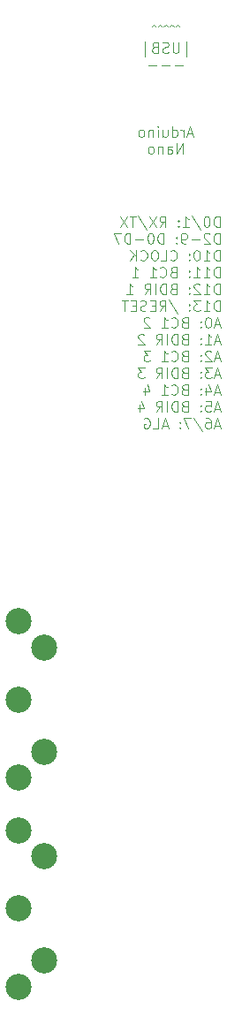
<source format=gbr>
%TF.GenerationSoftware,KiCad,Pcbnew,8.0.7*%
%TF.CreationDate,2025-07-29T19:22:15+01:00*%
%TF.ProjectId,AY-3-8910 Experimenter,41592d33-2d38-4393-9130-204578706572,rev?*%
%TF.SameCoordinates,Original*%
%TF.FileFunction,Legend,Bot*%
%TF.FilePolarity,Positive*%
%FSLAX46Y46*%
G04 Gerber Fmt 4.6, Leading zero omitted, Abs format (unit mm)*
G04 Created by KiCad (PCBNEW 8.0.7) date 2025-07-29 19:22:15*
%MOMM*%
%LPD*%
G01*
G04 APERTURE LIST*
%ADD10C,0.100000*%
%ADD11C,2.499360*%
G04 APERTURE END LIST*
D10*
X77432141Y-53492853D02*
X77241665Y-53349996D01*
X77241665Y-53349996D02*
X77051189Y-53492853D01*
X76860712Y-53492853D02*
X76670236Y-53349996D01*
X76670236Y-53349996D02*
X76479760Y-53492853D01*
X76289283Y-53492853D02*
X76098807Y-53349996D01*
X76098807Y-53349996D02*
X75908331Y-53492853D01*
X75717854Y-53492853D02*
X75527378Y-53349996D01*
X75527378Y-53349996D02*
X75336902Y-53492853D01*
X75146425Y-53492853D02*
X74955949Y-53349996D01*
X74955949Y-53349996D02*
X74765473Y-53492853D01*
X78074998Y-56340892D02*
X78074998Y-54912320D01*
X77360712Y-55007559D02*
X77360712Y-55817082D01*
X77360712Y-55817082D02*
X77313093Y-55912320D01*
X77313093Y-55912320D02*
X77265474Y-55959940D01*
X77265474Y-55959940D02*
X77170236Y-56007559D01*
X77170236Y-56007559D02*
X76979760Y-56007559D01*
X76979760Y-56007559D02*
X76884522Y-55959940D01*
X76884522Y-55959940D02*
X76836903Y-55912320D01*
X76836903Y-55912320D02*
X76789284Y-55817082D01*
X76789284Y-55817082D02*
X76789284Y-55007559D01*
X76360712Y-55959940D02*
X76217855Y-56007559D01*
X76217855Y-56007559D02*
X75979760Y-56007559D01*
X75979760Y-56007559D02*
X75884522Y-55959940D01*
X75884522Y-55959940D02*
X75836903Y-55912320D01*
X75836903Y-55912320D02*
X75789284Y-55817082D01*
X75789284Y-55817082D02*
X75789284Y-55721844D01*
X75789284Y-55721844D02*
X75836903Y-55626606D01*
X75836903Y-55626606D02*
X75884522Y-55578987D01*
X75884522Y-55578987D02*
X75979760Y-55531368D01*
X75979760Y-55531368D02*
X76170236Y-55483749D01*
X76170236Y-55483749D02*
X76265474Y-55436130D01*
X76265474Y-55436130D02*
X76313093Y-55388511D01*
X76313093Y-55388511D02*
X76360712Y-55293273D01*
X76360712Y-55293273D02*
X76360712Y-55198035D01*
X76360712Y-55198035D02*
X76313093Y-55102797D01*
X76313093Y-55102797D02*
X76265474Y-55055178D01*
X76265474Y-55055178D02*
X76170236Y-55007559D01*
X76170236Y-55007559D02*
X75932141Y-55007559D01*
X75932141Y-55007559D02*
X75789284Y-55055178D01*
X75027379Y-55483749D02*
X74884522Y-55531368D01*
X74884522Y-55531368D02*
X74836903Y-55578987D01*
X74836903Y-55578987D02*
X74789284Y-55674225D01*
X74789284Y-55674225D02*
X74789284Y-55817082D01*
X74789284Y-55817082D02*
X74836903Y-55912320D01*
X74836903Y-55912320D02*
X74884522Y-55959940D01*
X74884522Y-55959940D02*
X74979760Y-56007559D01*
X74979760Y-56007559D02*
X75360712Y-56007559D01*
X75360712Y-56007559D02*
X75360712Y-55007559D01*
X75360712Y-55007559D02*
X75027379Y-55007559D01*
X75027379Y-55007559D02*
X74932141Y-55055178D01*
X74932141Y-55055178D02*
X74884522Y-55102797D01*
X74884522Y-55102797D02*
X74836903Y-55198035D01*
X74836903Y-55198035D02*
X74836903Y-55293273D01*
X74836903Y-55293273D02*
X74884522Y-55388511D01*
X74884522Y-55388511D02*
X74932141Y-55436130D01*
X74932141Y-55436130D02*
X75027379Y-55483749D01*
X75027379Y-55483749D02*
X75360712Y-55483749D01*
X74122617Y-56340892D02*
X74122617Y-54912320D01*
X77717854Y-57236550D02*
X76955950Y-57236550D01*
X76479759Y-57236550D02*
X75717855Y-57236550D01*
X75241664Y-57236550D02*
X74479760Y-57236550D01*
X78694045Y-63771564D02*
X78217855Y-63771564D01*
X78789283Y-64057279D02*
X78455950Y-63057279D01*
X78455950Y-63057279D02*
X78122617Y-64057279D01*
X77789283Y-64057279D02*
X77789283Y-63390612D01*
X77789283Y-63581088D02*
X77741664Y-63485850D01*
X77741664Y-63485850D02*
X77694045Y-63438231D01*
X77694045Y-63438231D02*
X77598807Y-63390612D01*
X77598807Y-63390612D02*
X77503569Y-63390612D01*
X76741664Y-64057279D02*
X76741664Y-63057279D01*
X76741664Y-64009660D02*
X76836902Y-64057279D01*
X76836902Y-64057279D02*
X77027378Y-64057279D01*
X77027378Y-64057279D02*
X77122616Y-64009660D01*
X77122616Y-64009660D02*
X77170235Y-63962040D01*
X77170235Y-63962040D02*
X77217854Y-63866802D01*
X77217854Y-63866802D02*
X77217854Y-63581088D01*
X77217854Y-63581088D02*
X77170235Y-63485850D01*
X77170235Y-63485850D02*
X77122616Y-63438231D01*
X77122616Y-63438231D02*
X77027378Y-63390612D01*
X77027378Y-63390612D02*
X76836902Y-63390612D01*
X76836902Y-63390612D02*
X76741664Y-63438231D01*
X75836902Y-63390612D02*
X75836902Y-64057279D01*
X76265473Y-63390612D02*
X76265473Y-63914421D01*
X76265473Y-63914421D02*
X76217854Y-64009660D01*
X76217854Y-64009660D02*
X76122616Y-64057279D01*
X76122616Y-64057279D02*
X75979759Y-64057279D01*
X75979759Y-64057279D02*
X75884521Y-64009660D01*
X75884521Y-64009660D02*
X75836902Y-63962040D01*
X75360711Y-64057279D02*
X75360711Y-63390612D01*
X75360711Y-63057279D02*
X75408330Y-63104898D01*
X75408330Y-63104898D02*
X75360711Y-63152517D01*
X75360711Y-63152517D02*
X75313092Y-63104898D01*
X75313092Y-63104898D02*
X75360711Y-63057279D01*
X75360711Y-63057279D02*
X75360711Y-63152517D01*
X74884521Y-63390612D02*
X74884521Y-64057279D01*
X74884521Y-63485850D02*
X74836902Y-63438231D01*
X74836902Y-63438231D02*
X74741664Y-63390612D01*
X74741664Y-63390612D02*
X74598807Y-63390612D01*
X74598807Y-63390612D02*
X74503569Y-63438231D01*
X74503569Y-63438231D02*
X74455950Y-63533469D01*
X74455950Y-63533469D02*
X74455950Y-64057279D01*
X73836902Y-64057279D02*
X73932140Y-64009660D01*
X73932140Y-64009660D02*
X73979759Y-63962040D01*
X73979759Y-63962040D02*
X74027378Y-63866802D01*
X74027378Y-63866802D02*
X74027378Y-63581088D01*
X74027378Y-63581088D02*
X73979759Y-63485850D01*
X73979759Y-63485850D02*
X73932140Y-63438231D01*
X73932140Y-63438231D02*
X73836902Y-63390612D01*
X73836902Y-63390612D02*
X73694045Y-63390612D01*
X73694045Y-63390612D02*
X73598807Y-63438231D01*
X73598807Y-63438231D02*
X73551188Y-63485850D01*
X73551188Y-63485850D02*
X73503569Y-63581088D01*
X73503569Y-63581088D02*
X73503569Y-63866802D01*
X73503569Y-63866802D02*
X73551188Y-63962040D01*
X73551188Y-63962040D02*
X73598807Y-64009660D01*
X73598807Y-64009660D02*
X73694045Y-64057279D01*
X73694045Y-64057279D02*
X73836902Y-64057279D01*
X77741664Y-65667223D02*
X77741664Y-64667223D01*
X77741664Y-64667223D02*
X77170236Y-65667223D01*
X77170236Y-65667223D02*
X77170236Y-64667223D01*
X76265474Y-65667223D02*
X76265474Y-65143413D01*
X76265474Y-65143413D02*
X76313093Y-65048175D01*
X76313093Y-65048175D02*
X76408331Y-65000556D01*
X76408331Y-65000556D02*
X76598807Y-65000556D01*
X76598807Y-65000556D02*
X76694045Y-65048175D01*
X76265474Y-65619604D02*
X76360712Y-65667223D01*
X76360712Y-65667223D02*
X76598807Y-65667223D01*
X76598807Y-65667223D02*
X76694045Y-65619604D01*
X76694045Y-65619604D02*
X76741664Y-65524365D01*
X76741664Y-65524365D02*
X76741664Y-65429127D01*
X76741664Y-65429127D02*
X76694045Y-65333889D01*
X76694045Y-65333889D02*
X76598807Y-65286270D01*
X76598807Y-65286270D02*
X76360712Y-65286270D01*
X76360712Y-65286270D02*
X76265474Y-65238651D01*
X75789283Y-65000556D02*
X75789283Y-65667223D01*
X75789283Y-65095794D02*
X75741664Y-65048175D01*
X75741664Y-65048175D02*
X75646426Y-65000556D01*
X75646426Y-65000556D02*
X75503569Y-65000556D01*
X75503569Y-65000556D02*
X75408331Y-65048175D01*
X75408331Y-65048175D02*
X75360712Y-65143413D01*
X75360712Y-65143413D02*
X75360712Y-65667223D01*
X74741664Y-65667223D02*
X74836902Y-65619604D01*
X74836902Y-65619604D02*
X74884521Y-65571984D01*
X74884521Y-65571984D02*
X74932140Y-65476746D01*
X74932140Y-65476746D02*
X74932140Y-65191032D01*
X74932140Y-65191032D02*
X74884521Y-65095794D01*
X74884521Y-65095794D02*
X74836902Y-65048175D01*
X74836902Y-65048175D02*
X74741664Y-65000556D01*
X74741664Y-65000556D02*
X74598807Y-65000556D01*
X74598807Y-65000556D02*
X74503569Y-65048175D01*
X74503569Y-65048175D02*
X74455950Y-65095794D01*
X74455950Y-65095794D02*
X74408331Y-65191032D01*
X74408331Y-65191032D02*
X74408331Y-65476746D01*
X74408331Y-65476746D02*
X74455950Y-65571984D01*
X74455950Y-65571984D02*
X74503569Y-65619604D01*
X74503569Y-65619604D02*
X74598807Y-65667223D01*
X74598807Y-65667223D02*
X74741664Y-65667223D01*
X81269923Y-72692419D02*
X81269923Y-71692419D01*
X81269923Y-71692419D02*
X81031828Y-71692419D01*
X81031828Y-71692419D02*
X80888971Y-71740038D01*
X80888971Y-71740038D02*
X80793733Y-71835276D01*
X80793733Y-71835276D02*
X80746114Y-71930514D01*
X80746114Y-71930514D02*
X80698495Y-72120990D01*
X80698495Y-72120990D02*
X80698495Y-72263847D01*
X80698495Y-72263847D02*
X80746114Y-72454323D01*
X80746114Y-72454323D02*
X80793733Y-72549561D01*
X80793733Y-72549561D02*
X80888971Y-72644800D01*
X80888971Y-72644800D02*
X81031828Y-72692419D01*
X81031828Y-72692419D02*
X81269923Y-72692419D01*
X80079447Y-71692419D02*
X79984209Y-71692419D01*
X79984209Y-71692419D02*
X79888971Y-71740038D01*
X79888971Y-71740038D02*
X79841352Y-71787657D01*
X79841352Y-71787657D02*
X79793733Y-71882895D01*
X79793733Y-71882895D02*
X79746114Y-72073371D01*
X79746114Y-72073371D02*
X79746114Y-72311466D01*
X79746114Y-72311466D02*
X79793733Y-72501942D01*
X79793733Y-72501942D02*
X79841352Y-72597180D01*
X79841352Y-72597180D02*
X79888971Y-72644800D01*
X79888971Y-72644800D02*
X79984209Y-72692419D01*
X79984209Y-72692419D02*
X80079447Y-72692419D01*
X80079447Y-72692419D02*
X80174685Y-72644800D01*
X80174685Y-72644800D02*
X80222304Y-72597180D01*
X80222304Y-72597180D02*
X80269923Y-72501942D01*
X80269923Y-72501942D02*
X80317542Y-72311466D01*
X80317542Y-72311466D02*
X80317542Y-72073371D01*
X80317542Y-72073371D02*
X80269923Y-71882895D01*
X80269923Y-71882895D02*
X80222304Y-71787657D01*
X80222304Y-71787657D02*
X80174685Y-71740038D01*
X80174685Y-71740038D02*
X80079447Y-71692419D01*
X78603257Y-71644800D02*
X79460399Y-72930514D01*
X77746114Y-72692419D02*
X78317542Y-72692419D01*
X78031828Y-72692419D02*
X78031828Y-71692419D01*
X78031828Y-71692419D02*
X78127066Y-71835276D01*
X78127066Y-71835276D02*
X78222304Y-71930514D01*
X78222304Y-71930514D02*
X78317542Y-71978133D01*
X77317542Y-72597180D02*
X77269923Y-72644800D01*
X77269923Y-72644800D02*
X77317542Y-72692419D01*
X77317542Y-72692419D02*
X77365161Y-72644800D01*
X77365161Y-72644800D02*
X77317542Y-72597180D01*
X77317542Y-72597180D02*
X77317542Y-72692419D01*
X77317542Y-72073371D02*
X77269923Y-72120990D01*
X77269923Y-72120990D02*
X77317542Y-72168609D01*
X77317542Y-72168609D02*
X77365161Y-72120990D01*
X77365161Y-72120990D02*
X77317542Y-72073371D01*
X77317542Y-72073371D02*
X77317542Y-72168609D01*
X75508019Y-72692419D02*
X75841352Y-72216228D01*
X76079447Y-72692419D02*
X76079447Y-71692419D01*
X76079447Y-71692419D02*
X75698495Y-71692419D01*
X75698495Y-71692419D02*
X75603257Y-71740038D01*
X75603257Y-71740038D02*
X75555638Y-71787657D01*
X75555638Y-71787657D02*
X75508019Y-71882895D01*
X75508019Y-71882895D02*
X75508019Y-72025752D01*
X75508019Y-72025752D02*
X75555638Y-72120990D01*
X75555638Y-72120990D02*
X75603257Y-72168609D01*
X75603257Y-72168609D02*
X75698495Y-72216228D01*
X75698495Y-72216228D02*
X76079447Y-72216228D01*
X75174685Y-71692419D02*
X74508019Y-72692419D01*
X74508019Y-71692419D02*
X75174685Y-72692419D01*
X73412781Y-71644800D02*
X74269923Y-72930514D01*
X73222304Y-71692419D02*
X72650876Y-71692419D01*
X72936590Y-72692419D02*
X72936590Y-71692419D01*
X72412780Y-71692419D02*
X71746114Y-72692419D01*
X71746114Y-71692419D02*
X72412780Y-72692419D01*
X81269923Y-74302363D02*
X81269923Y-73302363D01*
X81269923Y-73302363D02*
X81031828Y-73302363D01*
X81031828Y-73302363D02*
X80888971Y-73349982D01*
X80888971Y-73349982D02*
X80793733Y-73445220D01*
X80793733Y-73445220D02*
X80746114Y-73540458D01*
X80746114Y-73540458D02*
X80698495Y-73730934D01*
X80698495Y-73730934D02*
X80698495Y-73873791D01*
X80698495Y-73873791D02*
X80746114Y-74064267D01*
X80746114Y-74064267D02*
X80793733Y-74159505D01*
X80793733Y-74159505D02*
X80888971Y-74254744D01*
X80888971Y-74254744D02*
X81031828Y-74302363D01*
X81031828Y-74302363D02*
X81269923Y-74302363D01*
X80317542Y-73397601D02*
X80269923Y-73349982D01*
X80269923Y-73349982D02*
X80174685Y-73302363D01*
X80174685Y-73302363D02*
X79936590Y-73302363D01*
X79936590Y-73302363D02*
X79841352Y-73349982D01*
X79841352Y-73349982D02*
X79793733Y-73397601D01*
X79793733Y-73397601D02*
X79746114Y-73492839D01*
X79746114Y-73492839D02*
X79746114Y-73588077D01*
X79746114Y-73588077D02*
X79793733Y-73730934D01*
X79793733Y-73730934D02*
X80365161Y-74302363D01*
X80365161Y-74302363D02*
X79746114Y-74302363D01*
X79317542Y-73921410D02*
X78555638Y-73921410D01*
X78031828Y-74302363D02*
X77841352Y-74302363D01*
X77841352Y-74302363D02*
X77746114Y-74254744D01*
X77746114Y-74254744D02*
X77698495Y-74207124D01*
X77698495Y-74207124D02*
X77603257Y-74064267D01*
X77603257Y-74064267D02*
X77555638Y-73873791D01*
X77555638Y-73873791D02*
X77555638Y-73492839D01*
X77555638Y-73492839D02*
X77603257Y-73397601D01*
X77603257Y-73397601D02*
X77650876Y-73349982D01*
X77650876Y-73349982D02*
X77746114Y-73302363D01*
X77746114Y-73302363D02*
X77936590Y-73302363D01*
X77936590Y-73302363D02*
X78031828Y-73349982D01*
X78031828Y-73349982D02*
X78079447Y-73397601D01*
X78079447Y-73397601D02*
X78127066Y-73492839D01*
X78127066Y-73492839D02*
X78127066Y-73730934D01*
X78127066Y-73730934D02*
X78079447Y-73826172D01*
X78079447Y-73826172D02*
X78031828Y-73873791D01*
X78031828Y-73873791D02*
X77936590Y-73921410D01*
X77936590Y-73921410D02*
X77746114Y-73921410D01*
X77746114Y-73921410D02*
X77650876Y-73873791D01*
X77650876Y-73873791D02*
X77603257Y-73826172D01*
X77603257Y-73826172D02*
X77555638Y-73730934D01*
X77127066Y-74207124D02*
X77079447Y-74254744D01*
X77079447Y-74254744D02*
X77127066Y-74302363D01*
X77127066Y-74302363D02*
X77174685Y-74254744D01*
X77174685Y-74254744D02*
X77127066Y-74207124D01*
X77127066Y-74207124D02*
X77127066Y-74302363D01*
X77127066Y-73683315D02*
X77079447Y-73730934D01*
X77079447Y-73730934D02*
X77127066Y-73778553D01*
X77127066Y-73778553D02*
X77174685Y-73730934D01*
X77174685Y-73730934D02*
X77127066Y-73683315D01*
X77127066Y-73683315D02*
X77127066Y-73778553D01*
X75888971Y-74302363D02*
X75888971Y-73302363D01*
X75888971Y-73302363D02*
X75650876Y-73302363D01*
X75650876Y-73302363D02*
X75508019Y-73349982D01*
X75508019Y-73349982D02*
X75412781Y-73445220D01*
X75412781Y-73445220D02*
X75365162Y-73540458D01*
X75365162Y-73540458D02*
X75317543Y-73730934D01*
X75317543Y-73730934D02*
X75317543Y-73873791D01*
X75317543Y-73873791D02*
X75365162Y-74064267D01*
X75365162Y-74064267D02*
X75412781Y-74159505D01*
X75412781Y-74159505D02*
X75508019Y-74254744D01*
X75508019Y-74254744D02*
X75650876Y-74302363D01*
X75650876Y-74302363D02*
X75888971Y-74302363D01*
X74698495Y-73302363D02*
X74603257Y-73302363D01*
X74603257Y-73302363D02*
X74508019Y-73349982D01*
X74508019Y-73349982D02*
X74460400Y-73397601D01*
X74460400Y-73397601D02*
X74412781Y-73492839D01*
X74412781Y-73492839D02*
X74365162Y-73683315D01*
X74365162Y-73683315D02*
X74365162Y-73921410D01*
X74365162Y-73921410D02*
X74412781Y-74111886D01*
X74412781Y-74111886D02*
X74460400Y-74207124D01*
X74460400Y-74207124D02*
X74508019Y-74254744D01*
X74508019Y-74254744D02*
X74603257Y-74302363D01*
X74603257Y-74302363D02*
X74698495Y-74302363D01*
X74698495Y-74302363D02*
X74793733Y-74254744D01*
X74793733Y-74254744D02*
X74841352Y-74207124D01*
X74841352Y-74207124D02*
X74888971Y-74111886D01*
X74888971Y-74111886D02*
X74936590Y-73921410D01*
X74936590Y-73921410D02*
X74936590Y-73683315D01*
X74936590Y-73683315D02*
X74888971Y-73492839D01*
X74888971Y-73492839D02*
X74841352Y-73397601D01*
X74841352Y-73397601D02*
X74793733Y-73349982D01*
X74793733Y-73349982D02*
X74698495Y-73302363D01*
X73936590Y-73921410D02*
X73174686Y-73921410D01*
X72698495Y-74302363D02*
X72698495Y-73302363D01*
X72698495Y-73302363D02*
X72460400Y-73302363D01*
X72460400Y-73302363D02*
X72317543Y-73349982D01*
X72317543Y-73349982D02*
X72222305Y-73445220D01*
X72222305Y-73445220D02*
X72174686Y-73540458D01*
X72174686Y-73540458D02*
X72127067Y-73730934D01*
X72127067Y-73730934D02*
X72127067Y-73873791D01*
X72127067Y-73873791D02*
X72174686Y-74064267D01*
X72174686Y-74064267D02*
X72222305Y-74159505D01*
X72222305Y-74159505D02*
X72317543Y-74254744D01*
X72317543Y-74254744D02*
X72460400Y-74302363D01*
X72460400Y-74302363D02*
X72698495Y-74302363D01*
X71793733Y-73302363D02*
X71127067Y-73302363D01*
X71127067Y-73302363D02*
X71555638Y-74302363D01*
X81269923Y-75912307D02*
X81269923Y-74912307D01*
X81269923Y-74912307D02*
X81031828Y-74912307D01*
X81031828Y-74912307D02*
X80888971Y-74959926D01*
X80888971Y-74959926D02*
X80793733Y-75055164D01*
X80793733Y-75055164D02*
X80746114Y-75150402D01*
X80746114Y-75150402D02*
X80698495Y-75340878D01*
X80698495Y-75340878D02*
X80698495Y-75483735D01*
X80698495Y-75483735D02*
X80746114Y-75674211D01*
X80746114Y-75674211D02*
X80793733Y-75769449D01*
X80793733Y-75769449D02*
X80888971Y-75864688D01*
X80888971Y-75864688D02*
X81031828Y-75912307D01*
X81031828Y-75912307D02*
X81269923Y-75912307D01*
X79746114Y-75912307D02*
X80317542Y-75912307D01*
X80031828Y-75912307D02*
X80031828Y-74912307D01*
X80031828Y-74912307D02*
X80127066Y-75055164D01*
X80127066Y-75055164D02*
X80222304Y-75150402D01*
X80222304Y-75150402D02*
X80317542Y-75198021D01*
X79127066Y-74912307D02*
X79031828Y-74912307D01*
X79031828Y-74912307D02*
X78936590Y-74959926D01*
X78936590Y-74959926D02*
X78888971Y-75007545D01*
X78888971Y-75007545D02*
X78841352Y-75102783D01*
X78841352Y-75102783D02*
X78793733Y-75293259D01*
X78793733Y-75293259D02*
X78793733Y-75531354D01*
X78793733Y-75531354D02*
X78841352Y-75721830D01*
X78841352Y-75721830D02*
X78888971Y-75817068D01*
X78888971Y-75817068D02*
X78936590Y-75864688D01*
X78936590Y-75864688D02*
X79031828Y-75912307D01*
X79031828Y-75912307D02*
X79127066Y-75912307D01*
X79127066Y-75912307D02*
X79222304Y-75864688D01*
X79222304Y-75864688D02*
X79269923Y-75817068D01*
X79269923Y-75817068D02*
X79317542Y-75721830D01*
X79317542Y-75721830D02*
X79365161Y-75531354D01*
X79365161Y-75531354D02*
X79365161Y-75293259D01*
X79365161Y-75293259D02*
X79317542Y-75102783D01*
X79317542Y-75102783D02*
X79269923Y-75007545D01*
X79269923Y-75007545D02*
X79222304Y-74959926D01*
X79222304Y-74959926D02*
X79127066Y-74912307D01*
X78365161Y-75817068D02*
X78317542Y-75864688D01*
X78317542Y-75864688D02*
X78365161Y-75912307D01*
X78365161Y-75912307D02*
X78412780Y-75864688D01*
X78412780Y-75864688D02*
X78365161Y-75817068D01*
X78365161Y-75817068D02*
X78365161Y-75912307D01*
X78365161Y-75293259D02*
X78317542Y-75340878D01*
X78317542Y-75340878D02*
X78365161Y-75388497D01*
X78365161Y-75388497D02*
X78412780Y-75340878D01*
X78412780Y-75340878D02*
X78365161Y-75293259D01*
X78365161Y-75293259D02*
X78365161Y-75388497D01*
X76555638Y-75817068D02*
X76603257Y-75864688D01*
X76603257Y-75864688D02*
X76746114Y-75912307D01*
X76746114Y-75912307D02*
X76841352Y-75912307D01*
X76841352Y-75912307D02*
X76984209Y-75864688D01*
X76984209Y-75864688D02*
X77079447Y-75769449D01*
X77079447Y-75769449D02*
X77127066Y-75674211D01*
X77127066Y-75674211D02*
X77174685Y-75483735D01*
X77174685Y-75483735D02*
X77174685Y-75340878D01*
X77174685Y-75340878D02*
X77127066Y-75150402D01*
X77127066Y-75150402D02*
X77079447Y-75055164D01*
X77079447Y-75055164D02*
X76984209Y-74959926D01*
X76984209Y-74959926D02*
X76841352Y-74912307D01*
X76841352Y-74912307D02*
X76746114Y-74912307D01*
X76746114Y-74912307D02*
X76603257Y-74959926D01*
X76603257Y-74959926D02*
X76555638Y-75007545D01*
X75650876Y-75912307D02*
X76127066Y-75912307D01*
X76127066Y-75912307D02*
X76127066Y-74912307D01*
X75127066Y-74912307D02*
X74936590Y-74912307D01*
X74936590Y-74912307D02*
X74841352Y-74959926D01*
X74841352Y-74959926D02*
X74746114Y-75055164D01*
X74746114Y-75055164D02*
X74698495Y-75245640D01*
X74698495Y-75245640D02*
X74698495Y-75578973D01*
X74698495Y-75578973D02*
X74746114Y-75769449D01*
X74746114Y-75769449D02*
X74841352Y-75864688D01*
X74841352Y-75864688D02*
X74936590Y-75912307D01*
X74936590Y-75912307D02*
X75127066Y-75912307D01*
X75127066Y-75912307D02*
X75222304Y-75864688D01*
X75222304Y-75864688D02*
X75317542Y-75769449D01*
X75317542Y-75769449D02*
X75365161Y-75578973D01*
X75365161Y-75578973D02*
X75365161Y-75245640D01*
X75365161Y-75245640D02*
X75317542Y-75055164D01*
X75317542Y-75055164D02*
X75222304Y-74959926D01*
X75222304Y-74959926D02*
X75127066Y-74912307D01*
X73698495Y-75817068D02*
X73746114Y-75864688D01*
X73746114Y-75864688D02*
X73888971Y-75912307D01*
X73888971Y-75912307D02*
X73984209Y-75912307D01*
X73984209Y-75912307D02*
X74127066Y-75864688D01*
X74127066Y-75864688D02*
X74222304Y-75769449D01*
X74222304Y-75769449D02*
X74269923Y-75674211D01*
X74269923Y-75674211D02*
X74317542Y-75483735D01*
X74317542Y-75483735D02*
X74317542Y-75340878D01*
X74317542Y-75340878D02*
X74269923Y-75150402D01*
X74269923Y-75150402D02*
X74222304Y-75055164D01*
X74222304Y-75055164D02*
X74127066Y-74959926D01*
X74127066Y-74959926D02*
X73984209Y-74912307D01*
X73984209Y-74912307D02*
X73888971Y-74912307D01*
X73888971Y-74912307D02*
X73746114Y-74959926D01*
X73746114Y-74959926D02*
X73698495Y-75007545D01*
X73269923Y-75912307D02*
X73269923Y-74912307D01*
X72698495Y-75912307D02*
X73127066Y-75340878D01*
X72698495Y-74912307D02*
X73269923Y-75483735D01*
X81269923Y-77522251D02*
X81269923Y-76522251D01*
X81269923Y-76522251D02*
X81031828Y-76522251D01*
X81031828Y-76522251D02*
X80888971Y-76569870D01*
X80888971Y-76569870D02*
X80793733Y-76665108D01*
X80793733Y-76665108D02*
X80746114Y-76760346D01*
X80746114Y-76760346D02*
X80698495Y-76950822D01*
X80698495Y-76950822D02*
X80698495Y-77093679D01*
X80698495Y-77093679D02*
X80746114Y-77284155D01*
X80746114Y-77284155D02*
X80793733Y-77379393D01*
X80793733Y-77379393D02*
X80888971Y-77474632D01*
X80888971Y-77474632D02*
X81031828Y-77522251D01*
X81031828Y-77522251D02*
X81269923Y-77522251D01*
X79746114Y-77522251D02*
X80317542Y-77522251D01*
X80031828Y-77522251D02*
X80031828Y-76522251D01*
X80031828Y-76522251D02*
X80127066Y-76665108D01*
X80127066Y-76665108D02*
X80222304Y-76760346D01*
X80222304Y-76760346D02*
X80317542Y-76807965D01*
X78793733Y-77522251D02*
X79365161Y-77522251D01*
X79079447Y-77522251D02*
X79079447Y-76522251D01*
X79079447Y-76522251D02*
X79174685Y-76665108D01*
X79174685Y-76665108D02*
X79269923Y-76760346D01*
X79269923Y-76760346D02*
X79365161Y-76807965D01*
X78365161Y-77427012D02*
X78317542Y-77474632D01*
X78317542Y-77474632D02*
X78365161Y-77522251D01*
X78365161Y-77522251D02*
X78412780Y-77474632D01*
X78412780Y-77474632D02*
X78365161Y-77427012D01*
X78365161Y-77427012D02*
X78365161Y-77522251D01*
X78365161Y-76903203D02*
X78317542Y-76950822D01*
X78317542Y-76950822D02*
X78365161Y-76998441D01*
X78365161Y-76998441D02*
X78412780Y-76950822D01*
X78412780Y-76950822D02*
X78365161Y-76903203D01*
X78365161Y-76903203D02*
X78365161Y-76998441D01*
X76793733Y-76998441D02*
X76650876Y-77046060D01*
X76650876Y-77046060D02*
X76603257Y-77093679D01*
X76603257Y-77093679D02*
X76555638Y-77188917D01*
X76555638Y-77188917D02*
X76555638Y-77331774D01*
X76555638Y-77331774D02*
X76603257Y-77427012D01*
X76603257Y-77427012D02*
X76650876Y-77474632D01*
X76650876Y-77474632D02*
X76746114Y-77522251D01*
X76746114Y-77522251D02*
X77127066Y-77522251D01*
X77127066Y-77522251D02*
X77127066Y-76522251D01*
X77127066Y-76522251D02*
X76793733Y-76522251D01*
X76793733Y-76522251D02*
X76698495Y-76569870D01*
X76698495Y-76569870D02*
X76650876Y-76617489D01*
X76650876Y-76617489D02*
X76603257Y-76712727D01*
X76603257Y-76712727D02*
X76603257Y-76807965D01*
X76603257Y-76807965D02*
X76650876Y-76903203D01*
X76650876Y-76903203D02*
X76698495Y-76950822D01*
X76698495Y-76950822D02*
X76793733Y-76998441D01*
X76793733Y-76998441D02*
X77127066Y-76998441D01*
X75555638Y-77427012D02*
X75603257Y-77474632D01*
X75603257Y-77474632D02*
X75746114Y-77522251D01*
X75746114Y-77522251D02*
X75841352Y-77522251D01*
X75841352Y-77522251D02*
X75984209Y-77474632D01*
X75984209Y-77474632D02*
X76079447Y-77379393D01*
X76079447Y-77379393D02*
X76127066Y-77284155D01*
X76127066Y-77284155D02*
X76174685Y-77093679D01*
X76174685Y-77093679D02*
X76174685Y-76950822D01*
X76174685Y-76950822D02*
X76127066Y-76760346D01*
X76127066Y-76760346D02*
X76079447Y-76665108D01*
X76079447Y-76665108D02*
X75984209Y-76569870D01*
X75984209Y-76569870D02*
X75841352Y-76522251D01*
X75841352Y-76522251D02*
X75746114Y-76522251D01*
X75746114Y-76522251D02*
X75603257Y-76569870D01*
X75603257Y-76569870D02*
X75555638Y-76617489D01*
X74603257Y-77522251D02*
X75174685Y-77522251D01*
X74888971Y-77522251D02*
X74888971Y-76522251D01*
X74888971Y-76522251D02*
X74984209Y-76665108D01*
X74984209Y-76665108D02*
X75079447Y-76760346D01*
X75079447Y-76760346D02*
X75174685Y-76807965D01*
X72888971Y-77522251D02*
X73460399Y-77522251D01*
X73174685Y-77522251D02*
X73174685Y-76522251D01*
X73174685Y-76522251D02*
X73269923Y-76665108D01*
X73269923Y-76665108D02*
X73365161Y-76760346D01*
X73365161Y-76760346D02*
X73460399Y-76807965D01*
X81269923Y-79132195D02*
X81269923Y-78132195D01*
X81269923Y-78132195D02*
X81031828Y-78132195D01*
X81031828Y-78132195D02*
X80888971Y-78179814D01*
X80888971Y-78179814D02*
X80793733Y-78275052D01*
X80793733Y-78275052D02*
X80746114Y-78370290D01*
X80746114Y-78370290D02*
X80698495Y-78560766D01*
X80698495Y-78560766D02*
X80698495Y-78703623D01*
X80698495Y-78703623D02*
X80746114Y-78894099D01*
X80746114Y-78894099D02*
X80793733Y-78989337D01*
X80793733Y-78989337D02*
X80888971Y-79084576D01*
X80888971Y-79084576D02*
X81031828Y-79132195D01*
X81031828Y-79132195D02*
X81269923Y-79132195D01*
X79746114Y-79132195D02*
X80317542Y-79132195D01*
X80031828Y-79132195D02*
X80031828Y-78132195D01*
X80031828Y-78132195D02*
X80127066Y-78275052D01*
X80127066Y-78275052D02*
X80222304Y-78370290D01*
X80222304Y-78370290D02*
X80317542Y-78417909D01*
X79365161Y-78227433D02*
X79317542Y-78179814D01*
X79317542Y-78179814D02*
X79222304Y-78132195D01*
X79222304Y-78132195D02*
X78984209Y-78132195D01*
X78984209Y-78132195D02*
X78888971Y-78179814D01*
X78888971Y-78179814D02*
X78841352Y-78227433D01*
X78841352Y-78227433D02*
X78793733Y-78322671D01*
X78793733Y-78322671D02*
X78793733Y-78417909D01*
X78793733Y-78417909D02*
X78841352Y-78560766D01*
X78841352Y-78560766D02*
X79412780Y-79132195D01*
X79412780Y-79132195D02*
X78793733Y-79132195D01*
X78365161Y-79036956D02*
X78317542Y-79084576D01*
X78317542Y-79084576D02*
X78365161Y-79132195D01*
X78365161Y-79132195D02*
X78412780Y-79084576D01*
X78412780Y-79084576D02*
X78365161Y-79036956D01*
X78365161Y-79036956D02*
X78365161Y-79132195D01*
X78365161Y-78513147D02*
X78317542Y-78560766D01*
X78317542Y-78560766D02*
X78365161Y-78608385D01*
X78365161Y-78608385D02*
X78412780Y-78560766D01*
X78412780Y-78560766D02*
X78365161Y-78513147D01*
X78365161Y-78513147D02*
X78365161Y-78608385D01*
X76793733Y-78608385D02*
X76650876Y-78656004D01*
X76650876Y-78656004D02*
X76603257Y-78703623D01*
X76603257Y-78703623D02*
X76555638Y-78798861D01*
X76555638Y-78798861D02*
X76555638Y-78941718D01*
X76555638Y-78941718D02*
X76603257Y-79036956D01*
X76603257Y-79036956D02*
X76650876Y-79084576D01*
X76650876Y-79084576D02*
X76746114Y-79132195D01*
X76746114Y-79132195D02*
X77127066Y-79132195D01*
X77127066Y-79132195D02*
X77127066Y-78132195D01*
X77127066Y-78132195D02*
X76793733Y-78132195D01*
X76793733Y-78132195D02*
X76698495Y-78179814D01*
X76698495Y-78179814D02*
X76650876Y-78227433D01*
X76650876Y-78227433D02*
X76603257Y-78322671D01*
X76603257Y-78322671D02*
X76603257Y-78417909D01*
X76603257Y-78417909D02*
X76650876Y-78513147D01*
X76650876Y-78513147D02*
X76698495Y-78560766D01*
X76698495Y-78560766D02*
X76793733Y-78608385D01*
X76793733Y-78608385D02*
X77127066Y-78608385D01*
X76127066Y-79132195D02*
X76127066Y-78132195D01*
X76127066Y-78132195D02*
X75888971Y-78132195D01*
X75888971Y-78132195D02*
X75746114Y-78179814D01*
X75746114Y-78179814D02*
X75650876Y-78275052D01*
X75650876Y-78275052D02*
X75603257Y-78370290D01*
X75603257Y-78370290D02*
X75555638Y-78560766D01*
X75555638Y-78560766D02*
X75555638Y-78703623D01*
X75555638Y-78703623D02*
X75603257Y-78894099D01*
X75603257Y-78894099D02*
X75650876Y-78989337D01*
X75650876Y-78989337D02*
X75746114Y-79084576D01*
X75746114Y-79084576D02*
X75888971Y-79132195D01*
X75888971Y-79132195D02*
X76127066Y-79132195D01*
X75127066Y-79132195D02*
X75127066Y-78132195D01*
X74079448Y-79132195D02*
X74412781Y-78656004D01*
X74650876Y-79132195D02*
X74650876Y-78132195D01*
X74650876Y-78132195D02*
X74269924Y-78132195D01*
X74269924Y-78132195D02*
X74174686Y-78179814D01*
X74174686Y-78179814D02*
X74127067Y-78227433D01*
X74127067Y-78227433D02*
X74079448Y-78322671D01*
X74079448Y-78322671D02*
X74079448Y-78465528D01*
X74079448Y-78465528D02*
X74127067Y-78560766D01*
X74127067Y-78560766D02*
X74174686Y-78608385D01*
X74174686Y-78608385D02*
X74269924Y-78656004D01*
X74269924Y-78656004D02*
X74650876Y-78656004D01*
X72365162Y-79132195D02*
X72936590Y-79132195D01*
X72650876Y-79132195D02*
X72650876Y-78132195D01*
X72650876Y-78132195D02*
X72746114Y-78275052D01*
X72746114Y-78275052D02*
X72841352Y-78370290D01*
X72841352Y-78370290D02*
X72936590Y-78417909D01*
X81269923Y-80742139D02*
X81269923Y-79742139D01*
X81269923Y-79742139D02*
X81031828Y-79742139D01*
X81031828Y-79742139D02*
X80888971Y-79789758D01*
X80888971Y-79789758D02*
X80793733Y-79884996D01*
X80793733Y-79884996D02*
X80746114Y-79980234D01*
X80746114Y-79980234D02*
X80698495Y-80170710D01*
X80698495Y-80170710D02*
X80698495Y-80313567D01*
X80698495Y-80313567D02*
X80746114Y-80504043D01*
X80746114Y-80504043D02*
X80793733Y-80599281D01*
X80793733Y-80599281D02*
X80888971Y-80694520D01*
X80888971Y-80694520D02*
X81031828Y-80742139D01*
X81031828Y-80742139D02*
X81269923Y-80742139D01*
X79746114Y-80742139D02*
X80317542Y-80742139D01*
X80031828Y-80742139D02*
X80031828Y-79742139D01*
X80031828Y-79742139D02*
X80127066Y-79884996D01*
X80127066Y-79884996D02*
X80222304Y-79980234D01*
X80222304Y-79980234D02*
X80317542Y-80027853D01*
X79412780Y-79742139D02*
X78793733Y-79742139D01*
X78793733Y-79742139D02*
X79127066Y-80123091D01*
X79127066Y-80123091D02*
X78984209Y-80123091D01*
X78984209Y-80123091D02*
X78888971Y-80170710D01*
X78888971Y-80170710D02*
X78841352Y-80218329D01*
X78841352Y-80218329D02*
X78793733Y-80313567D01*
X78793733Y-80313567D02*
X78793733Y-80551662D01*
X78793733Y-80551662D02*
X78841352Y-80646900D01*
X78841352Y-80646900D02*
X78888971Y-80694520D01*
X78888971Y-80694520D02*
X78984209Y-80742139D01*
X78984209Y-80742139D02*
X79269923Y-80742139D01*
X79269923Y-80742139D02*
X79365161Y-80694520D01*
X79365161Y-80694520D02*
X79412780Y-80646900D01*
X78365161Y-80646900D02*
X78317542Y-80694520D01*
X78317542Y-80694520D02*
X78365161Y-80742139D01*
X78365161Y-80742139D02*
X78412780Y-80694520D01*
X78412780Y-80694520D02*
X78365161Y-80646900D01*
X78365161Y-80646900D02*
X78365161Y-80742139D01*
X78365161Y-80123091D02*
X78317542Y-80170710D01*
X78317542Y-80170710D02*
X78365161Y-80218329D01*
X78365161Y-80218329D02*
X78412780Y-80170710D01*
X78412780Y-80170710D02*
X78365161Y-80123091D01*
X78365161Y-80123091D02*
X78365161Y-80218329D01*
X76412781Y-79694520D02*
X77269923Y-80980234D01*
X75508019Y-80742139D02*
X75841352Y-80265948D01*
X76079447Y-80742139D02*
X76079447Y-79742139D01*
X76079447Y-79742139D02*
X75698495Y-79742139D01*
X75698495Y-79742139D02*
X75603257Y-79789758D01*
X75603257Y-79789758D02*
X75555638Y-79837377D01*
X75555638Y-79837377D02*
X75508019Y-79932615D01*
X75508019Y-79932615D02*
X75508019Y-80075472D01*
X75508019Y-80075472D02*
X75555638Y-80170710D01*
X75555638Y-80170710D02*
X75603257Y-80218329D01*
X75603257Y-80218329D02*
X75698495Y-80265948D01*
X75698495Y-80265948D02*
X76079447Y-80265948D01*
X75079447Y-80218329D02*
X74746114Y-80218329D01*
X74603257Y-80742139D02*
X75079447Y-80742139D01*
X75079447Y-80742139D02*
X75079447Y-79742139D01*
X75079447Y-79742139D02*
X74603257Y-79742139D01*
X74222304Y-80694520D02*
X74079447Y-80742139D01*
X74079447Y-80742139D02*
X73841352Y-80742139D01*
X73841352Y-80742139D02*
X73746114Y-80694520D01*
X73746114Y-80694520D02*
X73698495Y-80646900D01*
X73698495Y-80646900D02*
X73650876Y-80551662D01*
X73650876Y-80551662D02*
X73650876Y-80456424D01*
X73650876Y-80456424D02*
X73698495Y-80361186D01*
X73698495Y-80361186D02*
X73746114Y-80313567D01*
X73746114Y-80313567D02*
X73841352Y-80265948D01*
X73841352Y-80265948D02*
X74031828Y-80218329D01*
X74031828Y-80218329D02*
X74127066Y-80170710D01*
X74127066Y-80170710D02*
X74174685Y-80123091D01*
X74174685Y-80123091D02*
X74222304Y-80027853D01*
X74222304Y-80027853D02*
X74222304Y-79932615D01*
X74222304Y-79932615D02*
X74174685Y-79837377D01*
X74174685Y-79837377D02*
X74127066Y-79789758D01*
X74127066Y-79789758D02*
X74031828Y-79742139D01*
X74031828Y-79742139D02*
X73793733Y-79742139D01*
X73793733Y-79742139D02*
X73650876Y-79789758D01*
X73222304Y-80218329D02*
X72888971Y-80218329D01*
X72746114Y-80742139D02*
X73222304Y-80742139D01*
X73222304Y-80742139D02*
X73222304Y-79742139D01*
X73222304Y-79742139D02*
X72746114Y-79742139D01*
X72460399Y-79742139D02*
X71888971Y-79742139D01*
X72174685Y-80742139D02*
X72174685Y-79742139D01*
X81317542Y-82066368D02*
X80841352Y-82066368D01*
X81412780Y-82352083D02*
X81079447Y-81352083D01*
X81079447Y-81352083D02*
X80746114Y-82352083D01*
X80222304Y-81352083D02*
X80127066Y-81352083D01*
X80127066Y-81352083D02*
X80031828Y-81399702D01*
X80031828Y-81399702D02*
X79984209Y-81447321D01*
X79984209Y-81447321D02*
X79936590Y-81542559D01*
X79936590Y-81542559D02*
X79888971Y-81733035D01*
X79888971Y-81733035D02*
X79888971Y-81971130D01*
X79888971Y-81971130D02*
X79936590Y-82161606D01*
X79936590Y-82161606D02*
X79984209Y-82256844D01*
X79984209Y-82256844D02*
X80031828Y-82304464D01*
X80031828Y-82304464D02*
X80127066Y-82352083D01*
X80127066Y-82352083D02*
X80222304Y-82352083D01*
X80222304Y-82352083D02*
X80317542Y-82304464D01*
X80317542Y-82304464D02*
X80365161Y-82256844D01*
X80365161Y-82256844D02*
X80412780Y-82161606D01*
X80412780Y-82161606D02*
X80460399Y-81971130D01*
X80460399Y-81971130D02*
X80460399Y-81733035D01*
X80460399Y-81733035D02*
X80412780Y-81542559D01*
X80412780Y-81542559D02*
X80365161Y-81447321D01*
X80365161Y-81447321D02*
X80317542Y-81399702D01*
X80317542Y-81399702D02*
X80222304Y-81352083D01*
X79460399Y-82256844D02*
X79412780Y-82304464D01*
X79412780Y-82304464D02*
X79460399Y-82352083D01*
X79460399Y-82352083D02*
X79508018Y-82304464D01*
X79508018Y-82304464D02*
X79460399Y-82256844D01*
X79460399Y-82256844D02*
X79460399Y-82352083D01*
X79460399Y-81733035D02*
X79412780Y-81780654D01*
X79412780Y-81780654D02*
X79460399Y-81828273D01*
X79460399Y-81828273D02*
X79508018Y-81780654D01*
X79508018Y-81780654D02*
X79460399Y-81733035D01*
X79460399Y-81733035D02*
X79460399Y-81828273D01*
X77888971Y-81828273D02*
X77746114Y-81875892D01*
X77746114Y-81875892D02*
X77698495Y-81923511D01*
X77698495Y-81923511D02*
X77650876Y-82018749D01*
X77650876Y-82018749D02*
X77650876Y-82161606D01*
X77650876Y-82161606D02*
X77698495Y-82256844D01*
X77698495Y-82256844D02*
X77746114Y-82304464D01*
X77746114Y-82304464D02*
X77841352Y-82352083D01*
X77841352Y-82352083D02*
X78222304Y-82352083D01*
X78222304Y-82352083D02*
X78222304Y-81352083D01*
X78222304Y-81352083D02*
X77888971Y-81352083D01*
X77888971Y-81352083D02*
X77793733Y-81399702D01*
X77793733Y-81399702D02*
X77746114Y-81447321D01*
X77746114Y-81447321D02*
X77698495Y-81542559D01*
X77698495Y-81542559D02*
X77698495Y-81637797D01*
X77698495Y-81637797D02*
X77746114Y-81733035D01*
X77746114Y-81733035D02*
X77793733Y-81780654D01*
X77793733Y-81780654D02*
X77888971Y-81828273D01*
X77888971Y-81828273D02*
X78222304Y-81828273D01*
X76650876Y-82256844D02*
X76698495Y-82304464D01*
X76698495Y-82304464D02*
X76841352Y-82352083D01*
X76841352Y-82352083D02*
X76936590Y-82352083D01*
X76936590Y-82352083D02*
X77079447Y-82304464D01*
X77079447Y-82304464D02*
X77174685Y-82209225D01*
X77174685Y-82209225D02*
X77222304Y-82113987D01*
X77222304Y-82113987D02*
X77269923Y-81923511D01*
X77269923Y-81923511D02*
X77269923Y-81780654D01*
X77269923Y-81780654D02*
X77222304Y-81590178D01*
X77222304Y-81590178D02*
X77174685Y-81494940D01*
X77174685Y-81494940D02*
X77079447Y-81399702D01*
X77079447Y-81399702D02*
X76936590Y-81352083D01*
X76936590Y-81352083D02*
X76841352Y-81352083D01*
X76841352Y-81352083D02*
X76698495Y-81399702D01*
X76698495Y-81399702D02*
X76650876Y-81447321D01*
X75698495Y-82352083D02*
X76269923Y-82352083D01*
X75984209Y-82352083D02*
X75984209Y-81352083D01*
X75984209Y-81352083D02*
X76079447Y-81494940D01*
X76079447Y-81494940D02*
X76174685Y-81590178D01*
X76174685Y-81590178D02*
X76269923Y-81637797D01*
X74555637Y-81447321D02*
X74508018Y-81399702D01*
X74508018Y-81399702D02*
X74412780Y-81352083D01*
X74412780Y-81352083D02*
X74174685Y-81352083D01*
X74174685Y-81352083D02*
X74079447Y-81399702D01*
X74079447Y-81399702D02*
X74031828Y-81447321D01*
X74031828Y-81447321D02*
X73984209Y-81542559D01*
X73984209Y-81542559D02*
X73984209Y-81637797D01*
X73984209Y-81637797D02*
X74031828Y-81780654D01*
X74031828Y-81780654D02*
X74603256Y-82352083D01*
X74603256Y-82352083D02*
X73984209Y-82352083D01*
X81317542Y-83676312D02*
X80841352Y-83676312D01*
X81412780Y-83962027D02*
X81079447Y-82962027D01*
X81079447Y-82962027D02*
X80746114Y-83962027D01*
X79888971Y-83962027D02*
X80460399Y-83962027D01*
X80174685Y-83962027D02*
X80174685Y-82962027D01*
X80174685Y-82962027D02*
X80269923Y-83104884D01*
X80269923Y-83104884D02*
X80365161Y-83200122D01*
X80365161Y-83200122D02*
X80460399Y-83247741D01*
X79460399Y-83866788D02*
X79412780Y-83914408D01*
X79412780Y-83914408D02*
X79460399Y-83962027D01*
X79460399Y-83962027D02*
X79508018Y-83914408D01*
X79508018Y-83914408D02*
X79460399Y-83866788D01*
X79460399Y-83866788D02*
X79460399Y-83962027D01*
X79460399Y-83342979D02*
X79412780Y-83390598D01*
X79412780Y-83390598D02*
X79460399Y-83438217D01*
X79460399Y-83438217D02*
X79508018Y-83390598D01*
X79508018Y-83390598D02*
X79460399Y-83342979D01*
X79460399Y-83342979D02*
X79460399Y-83438217D01*
X77888971Y-83438217D02*
X77746114Y-83485836D01*
X77746114Y-83485836D02*
X77698495Y-83533455D01*
X77698495Y-83533455D02*
X77650876Y-83628693D01*
X77650876Y-83628693D02*
X77650876Y-83771550D01*
X77650876Y-83771550D02*
X77698495Y-83866788D01*
X77698495Y-83866788D02*
X77746114Y-83914408D01*
X77746114Y-83914408D02*
X77841352Y-83962027D01*
X77841352Y-83962027D02*
X78222304Y-83962027D01*
X78222304Y-83962027D02*
X78222304Y-82962027D01*
X78222304Y-82962027D02*
X77888971Y-82962027D01*
X77888971Y-82962027D02*
X77793733Y-83009646D01*
X77793733Y-83009646D02*
X77746114Y-83057265D01*
X77746114Y-83057265D02*
X77698495Y-83152503D01*
X77698495Y-83152503D02*
X77698495Y-83247741D01*
X77698495Y-83247741D02*
X77746114Y-83342979D01*
X77746114Y-83342979D02*
X77793733Y-83390598D01*
X77793733Y-83390598D02*
X77888971Y-83438217D01*
X77888971Y-83438217D02*
X78222304Y-83438217D01*
X77222304Y-83962027D02*
X77222304Y-82962027D01*
X77222304Y-82962027D02*
X76984209Y-82962027D01*
X76984209Y-82962027D02*
X76841352Y-83009646D01*
X76841352Y-83009646D02*
X76746114Y-83104884D01*
X76746114Y-83104884D02*
X76698495Y-83200122D01*
X76698495Y-83200122D02*
X76650876Y-83390598D01*
X76650876Y-83390598D02*
X76650876Y-83533455D01*
X76650876Y-83533455D02*
X76698495Y-83723931D01*
X76698495Y-83723931D02*
X76746114Y-83819169D01*
X76746114Y-83819169D02*
X76841352Y-83914408D01*
X76841352Y-83914408D02*
X76984209Y-83962027D01*
X76984209Y-83962027D02*
X77222304Y-83962027D01*
X76222304Y-83962027D02*
X76222304Y-82962027D01*
X75174686Y-83962027D02*
X75508019Y-83485836D01*
X75746114Y-83962027D02*
X75746114Y-82962027D01*
X75746114Y-82962027D02*
X75365162Y-82962027D01*
X75365162Y-82962027D02*
X75269924Y-83009646D01*
X75269924Y-83009646D02*
X75222305Y-83057265D01*
X75222305Y-83057265D02*
X75174686Y-83152503D01*
X75174686Y-83152503D02*
X75174686Y-83295360D01*
X75174686Y-83295360D02*
X75222305Y-83390598D01*
X75222305Y-83390598D02*
X75269924Y-83438217D01*
X75269924Y-83438217D02*
X75365162Y-83485836D01*
X75365162Y-83485836D02*
X75746114Y-83485836D01*
X74031828Y-83057265D02*
X73984209Y-83009646D01*
X73984209Y-83009646D02*
X73888971Y-82962027D01*
X73888971Y-82962027D02*
X73650876Y-82962027D01*
X73650876Y-82962027D02*
X73555638Y-83009646D01*
X73555638Y-83009646D02*
X73508019Y-83057265D01*
X73508019Y-83057265D02*
X73460400Y-83152503D01*
X73460400Y-83152503D02*
X73460400Y-83247741D01*
X73460400Y-83247741D02*
X73508019Y-83390598D01*
X73508019Y-83390598D02*
X74079447Y-83962027D01*
X74079447Y-83962027D02*
X73460400Y-83962027D01*
X81317542Y-85286256D02*
X80841352Y-85286256D01*
X81412780Y-85571971D02*
X81079447Y-84571971D01*
X81079447Y-84571971D02*
X80746114Y-85571971D01*
X80460399Y-84667209D02*
X80412780Y-84619590D01*
X80412780Y-84619590D02*
X80317542Y-84571971D01*
X80317542Y-84571971D02*
X80079447Y-84571971D01*
X80079447Y-84571971D02*
X79984209Y-84619590D01*
X79984209Y-84619590D02*
X79936590Y-84667209D01*
X79936590Y-84667209D02*
X79888971Y-84762447D01*
X79888971Y-84762447D02*
X79888971Y-84857685D01*
X79888971Y-84857685D02*
X79936590Y-85000542D01*
X79936590Y-85000542D02*
X80508018Y-85571971D01*
X80508018Y-85571971D02*
X79888971Y-85571971D01*
X79460399Y-85476732D02*
X79412780Y-85524352D01*
X79412780Y-85524352D02*
X79460399Y-85571971D01*
X79460399Y-85571971D02*
X79508018Y-85524352D01*
X79508018Y-85524352D02*
X79460399Y-85476732D01*
X79460399Y-85476732D02*
X79460399Y-85571971D01*
X79460399Y-84952923D02*
X79412780Y-85000542D01*
X79412780Y-85000542D02*
X79460399Y-85048161D01*
X79460399Y-85048161D02*
X79508018Y-85000542D01*
X79508018Y-85000542D02*
X79460399Y-84952923D01*
X79460399Y-84952923D02*
X79460399Y-85048161D01*
X77888971Y-85048161D02*
X77746114Y-85095780D01*
X77746114Y-85095780D02*
X77698495Y-85143399D01*
X77698495Y-85143399D02*
X77650876Y-85238637D01*
X77650876Y-85238637D02*
X77650876Y-85381494D01*
X77650876Y-85381494D02*
X77698495Y-85476732D01*
X77698495Y-85476732D02*
X77746114Y-85524352D01*
X77746114Y-85524352D02*
X77841352Y-85571971D01*
X77841352Y-85571971D02*
X78222304Y-85571971D01*
X78222304Y-85571971D02*
X78222304Y-84571971D01*
X78222304Y-84571971D02*
X77888971Y-84571971D01*
X77888971Y-84571971D02*
X77793733Y-84619590D01*
X77793733Y-84619590D02*
X77746114Y-84667209D01*
X77746114Y-84667209D02*
X77698495Y-84762447D01*
X77698495Y-84762447D02*
X77698495Y-84857685D01*
X77698495Y-84857685D02*
X77746114Y-84952923D01*
X77746114Y-84952923D02*
X77793733Y-85000542D01*
X77793733Y-85000542D02*
X77888971Y-85048161D01*
X77888971Y-85048161D02*
X78222304Y-85048161D01*
X76650876Y-85476732D02*
X76698495Y-85524352D01*
X76698495Y-85524352D02*
X76841352Y-85571971D01*
X76841352Y-85571971D02*
X76936590Y-85571971D01*
X76936590Y-85571971D02*
X77079447Y-85524352D01*
X77079447Y-85524352D02*
X77174685Y-85429113D01*
X77174685Y-85429113D02*
X77222304Y-85333875D01*
X77222304Y-85333875D02*
X77269923Y-85143399D01*
X77269923Y-85143399D02*
X77269923Y-85000542D01*
X77269923Y-85000542D02*
X77222304Y-84810066D01*
X77222304Y-84810066D02*
X77174685Y-84714828D01*
X77174685Y-84714828D02*
X77079447Y-84619590D01*
X77079447Y-84619590D02*
X76936590Y-84571971D01*
X76936590Y-84571971D02*
X76841352Y-84571971D01*
X76841352Y-84571971D02*
X76698495Y-84619590D01*
X76698495Y-84619590D02*
X76650876Y-84667209D01*
X75698495Y-85571971D02*
X76269923Y-85571971D01*
X75984209Y-85571971D02*
X75984209Y-84571971D01*
X75984209Y-84571971D02*
X76079447Y-84714828D01*
X76079447Y-84714828D02*
X76174685Y-84810066D01*
X76174685Y-84810066D02*
X76269923Y-84857685D01*
X74603256Y-84571971D02*
X73984209Y-84571971D01*
X73984209Y-84571971D02*
X74317542Y-84952923D01*
X74317542Y-84952923D02*
X74174685Y-84952923D01*
X74174685Y-84952923D02*
X74079447Y-85000542D01*
X74079447Y-85000542D02*
X74031828Y-85048161D01*
X74031828Y-85048161D02*
X73984209Y-85143399D01*
X73984209Y-85143399D02*
X73984209Y-85381494D01*
X73984209Y-85381494D02*
X74031828Y-85476732D01*
X74031828Y-85476732D02*
X74079447Y-85524352D01*
X74079447Y-85524352D02*
X74174685Y-85571971D01*
X74174685Y-85571971D02*
X74460399Y-85571971D01*
X74460399Y-85571971D02*
X74555637Y-85524352D01*
X74555637Y-85524352D02*
X74603256Y-85476732D01*
X81317542Y-86896200D02*
X80841352Y-86896200D01*
X81412780Y-87181915D02*
X81079447Y-86181915D01*
X81079447Y-86181915D02*
X80746114Y-87181915D01*
X80508018Y-86181915D02*
X79888971Y-86181915D01*
X79888971Y-86181915D02*
X80222304Y-86562867D01*
X80222304Y-86562867D02*
X80079447Y-86562867D01*
X80079447Y-86562867D02*
X79984209Y-86610486D01*
X79984209Y-86610486D02*
X79936590Y-86658105D01*
X79936590Y-86658105D02*
X79888971Y-86753343D01*
X79888971Y-86753343D02*
X79888971Y-86991438D01*
X79888971Y-86991438D02*
X79936590Y-87086676D01*
X79936590Y-87086676D02*
X79984209Y-87134296D01*
X79984209Y-87134296D02*
X80079447Y-87181915D01*
X80079447Y-87181915D02*
X80365161Y-87181915D01*
X80365161Y-87181915D02*
X80460399Y-87134296D01*
X80460399Y-87134296D02*
X80508018Y-87086676D01*
X79460399Y-87086676D02*
X79412780Y-87134296D01*
X79412780Y-87134296D02*
X79460399Y-87181915D01*
X79460399Y-87181915D02*
X79508018Y-87134296D01*
X79508018Y-87134296D02*
X79460399Y-87086676D01*
X79460399Y-87086676D02*
X79460399Y-87181915D01*
X79460399Y-86562867D02*
X79412780Y-86610486D01*
X79412780Y-86610486D02*
X79460399Y-86658105D01*
X79460399Y-86658105D02*
X79508018Y-86610486D01*
X79508018Y-86610486D02*
X79460399Y-86562867D01*
X79460399Y-86562867D02*
X79460399Y-86658105D01*
X77888971Y-86658105D02*
X77746114Y-86705724D01*
X77746114Y-86705724D02*
X77698495Y-86753343D01*
X77698495Y-86753343D02*
X77650876Y-86848581D01*
X77650876Y-86848581D02*
X77650876Y-86991438D01*
X77650876Y-86991438D02*
X77698495Y-87086676D01*
X77698495Y-87086676D02*
X77746114Y-87134296D01*
X77746114Y-87134296D02*
X77841352Y-87181915D01*
X77841352Y-87181915D02*
X78222304Y-87181915D01*
X78222304Y-87181915D02*
X78222304Y-86181915D01*
X78222304Y-86181915D02*
X77888971Y-86181915D01*
X77888971Y-86181915D02*
X77793733Y-86229534D01*
X77793733Y-86229534D02*
X77746114Y-86277153D01*
X77746114Y-86277153D02*
X77698495Y-86372391D01*
X77698495Y-86372391D02*
X77698495Y-86467629D01*
X77698495Y-86467629D02*
X77746114Y-86562867D01*
X77746114Y-86562867D02*
X77793733Y-86610486D01*
X77793733Y-86610486D02*
X77888971Y-86658105D01*
X77888971Y-86658105D02*
X78222304Y-86658105D01*
X77222304Y-87181915D02*
X77222304Y-86181915D01*
X77222304Y-86181915D02*
X76984209Y-86181915D01*
X76984209Y-86181915D02*
X76841352Y-86229534D01*
X76841352Y-86229534D02*
X76746114Y-86324772D01*
X76746114Y-86324772D02*
X76698495Y-86420010D01*
X76698495Y-86420010D02*
X76650876Y-86610486D01*
X76650876Y-86610486D02*
X76650876Y-86753343D01*
X76650876Y-86753343D02*
X76698495Y-86943819D01*
X76698495Y-86943819D02*
X76746114Y-87039057D01*
X76746114Y-87039057D02*
X76841352Y-87134296D01*
X76841352Y-87134296D02*
X76984209Y-87181915D01*
X76984209Y-87181915D02*
X77222304Y-87181915D01*
X76222304Y-87181915D02*
X76222304Y-86181915D01*
X75174686Y-87181915D02*
X75508019Y-86705724D01*
X75746114Y-87181915D02*
X75746114Y-86181915D01*
X75746114Y-86181915D02*
X75365162Y-86181915D01*
X75365162Y-86181915D02*
X75269924Y-86229534D01*
X75269924Y-86229534D02*
X75222305Y-86277153D01*
X75222305Y-86277153D02*
X75174686Y-86372391D01*
X75174686Y-86372391D02*
X75174686Y-86515248D01*
X75174686Y-86515248D02*
X75222305Y-86610486D01*
X75222305Y-86610486D02*
X75269924Y-86658105D01*
X75269924Y-86658105D02*
X75365162Y-86705724D01*
X75365162Y-86705724D02*
X75746114Y-86705724D01*
X74079447Y-86181915D02*
X73460400Y-86181915D01*
X73460400Y-86181915D02*
X73793733Y-86562867D01*
X73793733Y-86562867D02*
X73650876Y-86562867D01*
X73650876Y-86562867D02*
X73555638Y-86610486D01*
X73555638Y-86610486D02*
X73508019Y-86658105D01*
X73508019Y-86658105D02*
X73460400Y-86753343D01*
X73460400Y-86753343D02*
X73460400Y-86991438D01*
X73460400Y-86991438D02*
X73508019Y-87086676D01*
X73508019Y-87086676D02*
X73555638Y-87134296D01*
X73555638Y-87134296D02*
X73650876Y-87181915D01*
X73650876Y-87181915D02*
X73936590Y-87181915D01*
X73936590Y-87181915D02*
X74031828Y-87134296D01*
X74031828Y-87134296D02*
X74079447Y-87086676D01*
X81317542Y-88506144D02*
X80841352Y-88506144D01*
X81412780Y-88791859D02*
X81079447Y-87791859D01*
X81079447Y-87791859D02*
X80746114Y-88791859D01*
X79984209Y-88125192D02*
X79984209Y-88791859D01*
X80222304Y-87744240D02*
X80460399Y-88458525D01*
X80460399Y-88458525D02*
X79841352Y-88458525D01*
X79460399Y-88696620D02*
X79412780Y-88744240D01*
X79412780Y-88744240D02*
X79460399Y-88791859D01*
X79460399Y-88791859D02*
X79508018Y-88744240D01*
X79508018Y-88744240D02*
X79460399Y-88696620D01*
X79460399Y-88696620D02*
X79460399Y-88791859D01*
X79460399Y-88172811D02*
X79412780Y-88220430D01*
X79412780Y-88220430D02*
X79460399Y-88268049D01*
X79460399Y-88268049D02*
X79508018Y-88220430D01*
X79508018Y-88220430D02*
X79460399Y-88172811D01*
X79460399Y-88172811D02*
X79460399Y-88268049D01*
X77888971Y-88268049D02*
X77746114Y-88315668D01*
X77746114Y-88315668D02*
X77698495Y-88363287D01*
X77698495Y-88363287D02*
X77650876Y-88458525D01*
X77650876Y-88458525D02*
X77650876Y-88601382D01*
X77650876Y-88601382D02*
X77698495Y-88696620D01*
X77698495Y-88696620D02*
X77746114Y-88744240D01*
X77746114Y-88744240D02*
X77841352Y-88791859D01*
X77841352Y-88791859D02*
X78222304Y-88791859D01*
X78222304Y-88791859D02*
X78222304Y-87791859D01*
X78222304Y-87791859D02*
X77888971Y-87791859D01*
X77888971Y-87791859D02*
X77793733Y-87839478D01*
X77793733Y-87839478D02*
X77746114Y-87887097D01*
X77746114Y-87887097D02*
X77698495Y-87982335D01*
X77698495Y-87982335D02*
X77698495Y-88077573D01*
X77698495Y-88077573D02*
X77746114Y-88172811D01*
X77746114Y-88172811D02*
X77793733Y-88220430D01*
X77793733Y-88220430D02*
X77888971Y-88268049D01*
X77888971Y-88268049D02*
X78222304Y-88268049D01*
X76650876Y-88696620D02*
X76698495Y-88744240D01*
X76698495Y-88744240D02*
X76841352Y-88791859D01*
X76841352Y-88791859D02*
X76936590Y-88791859D01*
X76936590Y-88791859D02*
X77079447Y-88744240D01*
X77079447Y-88744240D02*
X77174685Y-88649001D01*
X77174685Y-88649001D02*
X77222304Y-88553763D01*
X77222304Y-88553763D02*
X77269923Y-88363287D01*
X77269923Y-88363287D02*
X77269923Y-88220430D01*
X77269923Y-88220430D02*
X77222304Y-88029954D01*
X77222304Y-88029954D02*
X77174685Y-87934716D01*
X77174685Y-87934716D02*
X77079447Y-87839478D01*
X77079447Y-87839478D02*
X76936590Y-87791859D01*
X76936590Y-87791859D02*
X76841352Y-87791859D01*
X76841352Y-87791859D02*
X76698495Y-87839478D01*
X76698495Y-87839478D02*
X76650876Y-87887097D01*
X75698495Y-88791859D02*
X76269923Y-88791859D01*
X75984209Y-88791859D02*
X75984209Y-87791859D01*
X75984209Y-87791859D02*
X76079447Y-87934716D01*
X76079447Y-87934716D02*
X76174685Y-88029954D01*
X76174685Y-88029954D02*
X76269923Y-88077573D01*
X74079447Y-88125192D02*
X74079447Y-88791859D01*
X74317542Y-87744240D02*
X74555637Y-88458525D01*
X74555637Y-88458525D02*
X73936590Y-88458525D01*
X81317542Y-90116088D02*
X80841352Y-90116088D01*
X81412780Y-90401803D02*
X81079447Y-89401803D01*
X81079447Y-89401803D02*
X80746114Y-90401803D01*
X79936590Y-89401803D02*
X80412780Y-89401803D01*
X80412780Y-89401803D02*
X80460399Y-89877993D01*
X80460399Y-89877993D02*
X80412780Y-89830374D01*
X80412780Y-89830374D02*
X80317542Y-89782755D01*
X80317542Y-89782755D02*
X80079447Y-89782755D01*
X80079447Y-89782755D02*
X79984209Y-89830374D01*
X79984209Y-89830374D02*
X79936590Y-89877993D01*
X79936590Y-89877993D02*
X79888971Y-89973231D01*
X79888971Y-89973231D02*
X79888971Y-90211326D01*
X79888971Y-90211326D02*
X79936590Y-90306564D01*
X79936590Y-90306564D02*
X79984209Y-90354184D01*
X79984209Y-90354184D02*
X80079447Y-90401803D01*
X80079447Y-90401803D02*
X80317542Y-90401803D01*
X80317542Y-90401803D02*
X80412780Y-90354184D01*
X80412780Y-90354184D02*
X80460399Y-90306564D01*
X79460399Y-90306564D02*
X79412780Y-90354184D01*
X79412780Y-90354184D02*
X79460399Y-90401803D01*
X79460399Y-90401803D02*
X79508018Y-90354184D01*
X79508018Y-90354184D02*
X79460399Y-90306564D01*
X79460399Y-90306564D02*
X79460399Y-90401803D01*
X79460399Y-89782755D02*
X79412780Y-89830374D01*
X79412780Y-89830374D02*
X79460399Y-89877993D01*
X79460399Y-89877993D02*
X79508018Y-89830374D01*
X79508018Y-89830374D02*
X79460399Y-89782755D01*
X79460399Y-89782755D02*
X79460399Y-89877993D01*
X77888971Y-89877993D02*
X77746114Y-89925612D01*
X77746114Y-89925612D02*
X77698495Y-89973231D01*
X77698495Y-89973231D02*
X77650876Y-90068469D01*
X77650876Y-90068469D02*
X77650876Y-90211326D01*
X77650876Y-90211326D02*
X77698495Y-90306564D01*
X77698495Y-90306564D02*
X77746114Y-90354184D01*
X77746114Y-90354184D02*
X77841352Y-90401803D01*
X77841352Y-90401803D02*
X78222304Y-90401803D01*
X78222304Y-90401803D02*
X78222304Y-89401803D01*
X78222304Y-89401803D02*
X77888971Y-89401803D01*
X77888971Y-89401803D02*
X77793733Y-89449422D01*
X77793733Y-89449422D02*
X77746114Y-89497041D01*
X77746114Y-89497041D02*
X77698495Y-89592279D01*
X77698495Y-89592279D02*
X77698495Y-89687517D01*
X77698495Y-89687517D02*
X77746114Y-89782755D01*
X77746114Y-89782755D02*
X77793733Y-89830374D01*
X77793733Y-89830374D02*
X77888971Y-89877993D01*
X77888971Y-89877993D02*
X78222304Y-89877993D01*
X77222304Y-90401803D02*
X77222304Y-89401803D01*
X77222304Y-89401803D02*
X76984209Y-89401803D01*
X76984209Y-89401803D02*
X76841352Y-89449422D01*
X76841352Y-89449422D02*
X76746114Y-89544660D01*
X76746114Y-89544660D02*
X76698495Y-89639898D01*
X76698495Y-89639898D02*
X76650876Y-89830374D01*
X76650876Y-89830374D02*
X76650876Y-89973231D01*
X76650876Y-89973231D02*
X76698495Y-90163707D01*
X76698495Y-90163707D02*
X76746114Y-90258945D01*
X76746114Y-90258945D02*
X76841352Y-90354184D01*
X76841352Y-90354184D02*
X76984209Y-90401803D01*
X76984209Y-90401803D02*
X77222304Y-90401803D01*
X76222304Y-90401803D02*
X76222304Y-89401803D01*
X75174686Y-90401803D02*
X75508019Y-89925612D01*
X75746114Y-90401803D02*
X75746114Y-89401803D01*
X75746114Y-89401803D02*
X75365162Y-89401803D01*
X75365162Y-89401803D02*
X75269924Y-89449422D01*
X75269924Y-89449422D02*
X75222305Y-89497041D01*
X75222305Y-89497041D02*
X75174686Y-89592279D01*
X75174686Y-89592279D02*
X75174686Y-89735136D01*
X75174686Y-89735136D02*
X75222305Y-89830374D01*
X75222305Y-89830374D02*
X75269924Y-89877993D01*
X75269924Y-89877993D02*
X75365162Y-89925612D01*
X75365162Y-89925612D02*
X75746114Y-89925612D01*
X73555638Y-89735136D02*
X73555638Y-90401803D01*
X73793733Y-89354184D02*
X74031828Y-90068469D01*
X74031828Y-90068469D02*
X73412781Y-90068469D01*
X81317542Y-91726032D02*
X80841352Y-91726032D01*
X81412780Y-92011747D02*
X81079447Y-91011747D01*
X81079447Y-91011747D02*
X80746114Y-92011747D01*
X79984209Y-91011747D02*
X80174685Y-91011747D01*
X80174685Y-91011747D02*
X80269923Y-91059366D01*
X80269923Y-91059366D02*
X80317542Y-91106985D01*
X80317542Y-91106985D02*
X80412780Y-91249842D01*
X80412780Y-91249842D02*
X80460399Y-91440318D01*
X80460399Y-91440318D02*
X80460399Y-91821270D01*
X80460399Y-91821270D02*
X80412780Y-91916508D01*
X80412780Y-91916508D02*
X80365161Y-91964128D01*
X80365161Y-91964128D02*
X80269923Y-92011747D01*
X80269923Y-92011747D02*
X80079447Y-92011747D01*
X80079447Y-92011747D02*
X79984209Y-91964128D01*
X79984209Y-91964128D02*
X79936590Y-91916508D01*
X79936590Y-91916508D02*
X79888971Y-91821270D01*
X79888971Y-91821270D02*
X79888971Y-91583175D01*
X79888971Y-91583175D02*
X79936590Y-91487937D01*
X79936590Y-91487937D02*
X79984209Y-91440318D01*
X79984209Y-91440318D02*
X80079447Y-91392699D01*
X80079447Y-91392699D02*
X80269923Y-91392699D01*
X80269923Y-91392699D02*
X80365161Y-91440318D01*
X80365161Y-91440318D02*
X80412780Y-91487937D01*
X80412780Y-91487937D02*
X80460399Y-91583175D01*
X78746114Y-90964128D02*
X79603256Y-92249842D01*
X78508018Y-91011747D02*
X77841352Y-91011747D01*
X77841352Y-91011747D02*
X78269923Y-92011747D01*
X77460399Y-91916508D02*
X77412780Y-91964128D01*
X77412780Y-91964128D02*
X77460399Y-92011747D01*
X77460399Y-92011747D02*
X77508018Y-91964128D01*
X77508018Y-91964128D02*
X77460399Y-91916508D01*
X77460399Y-91916508D02*
X77460399Y-92011747D01*
X77460399Y-91392699D02*
X77412780Y-91440318D01*
X77412780Y-91440318D02*
X77460399Y-91487937D01*
X77460399Y-91487937D02*
X77508018Y-91440318D01*
X77508018Y-91440318D02*
X77460399Y-91392699D01*
X77460399Y-91392699D02*
X77460399Y-91487937D01*
X76269923Y-91726032D02*
X75793733Y-91726032D01*
X76365161Y-92011747D02*
X76031828Y-91011747D01*
X76031828Y-91011747D02*
X75698495Y-92011747D01*
X74888971Y-92011747D02*
X75365161Y-92011747D01*
X75365161Y-92011747D02*
X75365161Y-91011747D01*
X74031828Y-91059366D02*
X74127066Y-91011747D01*
X74127066Y-91011747D02*
X74269923Y-91011747D01*
X74269923Y-91011747D02*
X74412780Y-91059366D01*
X74412780Y-91059366D02*
X74508018Y-91154604D01*
X74508018Y-91154604D02*
X74555637Y-91249842D01*
X74555637Y-91249842D02*
X74603256Y-91440318D01*
X74603256Y-91440318D02*
X74603256Y-91583175D01*
X74603256Y-91583175D02*
X74555637Y-91773651D01*
X74555637Y-91773651D02*
X74508018Y-91868889D01*
X74508018Y-91868889D02*
X74412780Y-91964128D01*
X74412780Y-91964128D02*
X74269923Y-92011747D01*
X74269923Y-92011747D02*
X74174685Y-92011747D01*
X74174685Y-92011747D02*
X74031828Y-91964128D01*
X74031828Y-91964128D02*
X73984209Y-91916508D01*
X73984209Y-91916508D02*
X73984209Y-91583175D01*
X73984209Y-91583175D02*
X74174685Y-91583175D01*
D11*
%TO.C,OUT1*%
X61987460Y-145498080D03*
X61990000Y-138000000D03*
X61987460Y-130501920D03*
X64489360Y-142996180D03*
X64489360Y-133003820D03*
%TD*%
%TO.C,IN1*%
X61987460Y-125498080D03*
X61990000Y-118000000D03*
X61987460Y-110501920D03*
X64489360Y-122996180D03*
X64489360Y-113003820D03*
%TD*%
M02*

</source>
